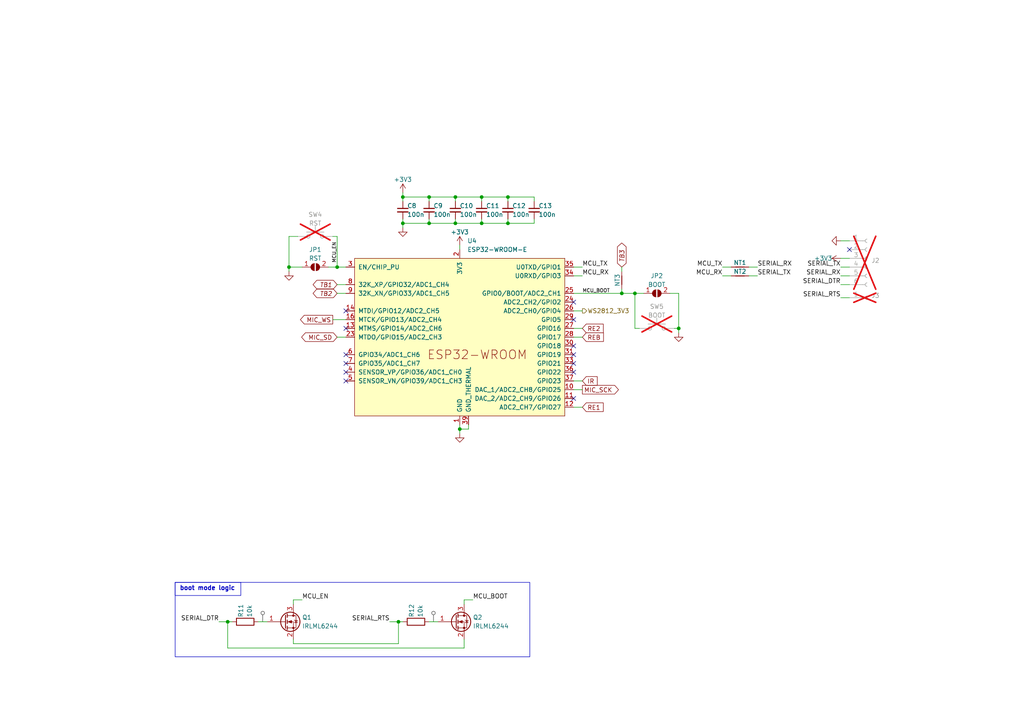
<source format=kicad_sch>
(kicad_sch (version 20231120) (generator "eeschema") (generator_version "8.0")
  (paper "A4")
  (title_block (title "MCU") (date "2023-05-25") (rev "1.0") (company "Vas' lab"))
  (lib_symbols
    (symbol "Connector:Conn_01x01_Socket" (pin_names (offset 1.016) hide)
      (property "Reference" "J" (at 0 2.54 0))
      (property "Value" "Conn_01x01_Socket" (at 0 -2.54 0))
      (symbol "Conn_01x01_Socket_1_1"
        (polyline (pts (xy -1.27 0) (xy -0.508 0)) (stroke (width 0.1524)))
        (arc (start 0 0.508) (mid -0.5058 0) (end 0 -0.508) (stroke (width 0.1524)))
        (pin passive line (at -5.08 0 0) (length 3.81) (name "Pin_1") (number "1"))
      )
    )
    (symbol "Connector:Conn_01x06_Socket" (pin_names (offset 1.016) hide)
      (property "Reference" "J" (at 0 7.62 0))
      (property "Value" "Conn_01x06_Socket" (at 0 -10.16 0))
      (symbol "Conn_01x06_Socket_1_1"
        (arc (start 0 -7.112) (mid -0.5058 -7.62) (end 0 -8.128) (stroke (width 0.1524)))
        (arc (start 0 -4.572) (mid -0.5058 -5.08) (end 0 -5.588) (stroke (width 0.1524)))
        (arc (start 0 -2.032) (mid -0.5058 -2.54) (end 0 -3.048) (stroke (width 0.1524)))
        (polyline (pts (xy -1.27 -7.62) (xy -0.508 -7.62)) (stroke (width 0.1524)))
        (polyline (pts (xy -1.27 -5.08) (xy -0.508 -5.08)) (stroke (width 0.1524)))
        (polyline (pts (xy -1.27 -2.54) (xy -0.508 -2.54)) (stroke (width 0.1524)))
        (polyline (pts (xy -1.27 0) (xy -0.508 0)) (stroke (width 0.1524)))
        (polyline (pts (xy -1.27 2.54) (xy -0.508 2.54)) (stroke (width 0.1524)))
        (polyline (pts (xy -1.27 5.08) (xy -0.508 5.08)) (stroke (width 0.1524)))
        (arc (start 0 0.508) (mid -0.5058 0) (end 0 -0.508) (stroke (width 0.1524)))
        (arc (start 0 3.048) (mid -0.5058 2.54) (end 0 2.032) (stroke (width 0.1524)))
        (arc (start 0 5.588) (mid -0.5058 5.08) (end 0 4.572) (stroke (width 0.1524)))
        (pin passive line (at -5.08 5.08 0) (length 3.81) (name "Pin_1") (number "1"))
        (pin passive line (at -5.08 2.54 0) (length 3.81) (name "Pin_2") (number "2"))
        (pin passive line (at -5.08 0 0) (length 3.81) (name "Pin_3") (number "3"))
        (pin passive line (at -5.08 -2.54 0) (length 3.81) (name "Pin_4") (number "4"))
        (pin passive line (at -5.08 -5.08 0) (length 3.81) (name "Pin_5") (number "5"))
        (pin passive line (at -5.08 -7.62 0) (length 3.81) (name "Pin_6") (number "6"))
      )
    )
    (symbol "Device:C_Small" (pin_numbers hide) (pin_names (offset 0.254) hide)
      (property "Reference" "C" (at 0.254 1.778 0))
      (property "Value" "C_Small" (at 0.254 -2.032 0))
      (symbol "C_Small_0_1"
        (polyline (pts (xy -1.524 -0.508) (xy 1.524 -0.508)) (stroke (width 0.3302)))
        (polyline (pts (xy -1.524 0.508) (xy 1.524 0.508)) (stroke (width 0.3048)))
      )
      (symbol "C_Small_1_1"
        (pin passive line (at 0 2.54 270) (length 2.032) (name "~") (number "1"))
        (pin passive line (at 0 -2.54 90) (length 2.032) (name "~") (number "2"))
      )
    )
    (symbol "Device:NetTie_2" (pin_numbers hide) (pin_names (offset 0) hide) (in_bom no)
      (property "Reference" "NT" (at 0 1.27 0))
      (property "Value" "NetTie_2" (at 0 -1.27 0))
      (symbol "NetTie_2_0_1"
        (polyline (pts (xy -1.27 0) (xy 1.27 0)) (stroke (width 0.254)))
      )
      (symbol "NetTie_2_1_1"
        (pin passive line (at -2.54 0 0) (length 2.54) (name "1") (number "1"))
        (pin passive line (at 2.54 0 180) (length 2.54) (name "2") (number "2"))
      )
    )
    (symbol "Device:R" (pin_numbers hide) (pin_names (offset 0))
      (property "Reference" "R" (at 2.032 0 90))
      (property "Value" "R" (at 0 0 90))
      (symbol "R_0_1"
        (rectangle (start -1.016 -2.54) (end 1.016 2.54) (stroke (width 0.254)))
      )
      (symbol "R_1_1"
        (pin passive line (at 0 3.81 270) (length 1.27) (name "~") (number "1"))
        (pin passive line (at 0 -3.81 90) (length 1.27) (name "~") (number "2"))
      )
    )
    (symbol "Espressif:ESP32-WROOM-E" (pin_names (offset 1.016))
      (property "Reference" "U" (at -30.48 27.94 0))
      (property "Value" "ESP32-WROOM-E" (at -30.48 25.4 0))
      (symbol "ESP32-WROOM-E_0_1"
        (rectangle (start -30.48 22.86) (end 30.48 -22.86) (fill (type background)))
      )
      (symbol "ESP32-WROOM-E_1_1"
        (text "ESP32-­WROOM­" (at 5.08 -5.08 0) (effects (font (size 2.54 2.54))))
        (pin power_in line (at 0 -25.4 90) (length 2.54) (name "GND") (number "1"))
        (pin bidirectional line (at 33.02 -15.24 180) (length 2.54) (name "DAC_1/ADC2_CH8/GPIO25") (number "10"))
        (pin bidirectional line (at 33.02 -17.78 180) (length 2.54) (name "DAC_2/ADC2_CH9/GPIO26") (number "11"))
        (pin bidirectional line (at 33.02 -20.32 180) (length 2.54) (name "ADC2_CH7/GPIO27") (number "12"))
        (pin bidirectional line (at -33.02 2.54 0) (length 2.54) (name "MTMS/GPIO14/ADC2_CH6") (number "13"))
        (pin bidirectional line (at -33.02 7.62 0) (length 2.54) (name "MTDI/GPIO12/ADC2_CH5") (number "14"))
        (pin passive line (at 0 -25.4 90) (length 2.54) hide (name "GND") (number "15"))
        (pin bidirectional line (at -33.02 5.08 0) (length 2.54) (name "MTCK/GPIO13/ADC2_CH4") (number "16"))
        (pin power_in line (at 0 25.4 270) (length 2.54) (name "3V3") (number "2"))
        (pin bidirectional line (at -33.02 0 0) (length 2.54) (name "MTDO/GPIO15/ADC2_CH3") (number "23"))
        (pin bidirectional line (at 33.02 10.16 180) (length 2.54) (name "ADC2_CH2/GPIO2") (number "24"))
        (pin bidirectional line (at 33.02 12.7 180) (length 2.54) (name "GPIO0/BOOT/ADC2_CH1") (number "25"))
        (pin bidirectional line (at 33.02 7.62 180) (length 2.54) (name "ADC2_CH0/GPIO4") (number "26"))
        (pin bidirectional line (at 33.02 2.54 180) (length 2.54) (name "GPIO16") (number "27"))
        (pin bidirectional line (at 33.02 0 180) (length 2.54) (name "GPIO17") (number "28"))
        (pin bidirectional line (at 33.02 5.08 180) (length 2.54) (name "GPIO5") (number "29"))
        (pin input line (at -33.02 20.32 0) (length 2.54) (name "EN/CHIP_PU") (number "3"))
        (pin bidirectional line (at 33.02 -2.54 180) (length 2.54) (name "GPIO18") (number "30"))
        (pin bidirectional line (at 33.02 -5.08 180) (length 2.54) (name "GPIO19") (number "31"))
        (pin bidirectional line (at 33.02 -7.62 180) (length 2.54) (name "GPIO21") (number "33"))
        (pin bidirectional line (at 33.02 17.78 180) (length 2.54) (name "U0RXD/GPIO3") (number "34"))
        (pin bidirectional line (at 33.02 20.32 180) (length 2.54) (name "U0TXD/GPIO1") (number "35"))
        (pin bidirectional line (at 33.02 -10.16 180) (length 2.54) (name "GPIO22") (number "36"))
        (pin bidirectional line (at 33.02 -12.7 180) (length 2.54) (name "GPIO23") (number "37"))
        (pin passive line (at 0 -25.4 90) (length 2.54) hide (name "GND") (number "38"))
        (pin power_in line (at 2.54 -25.4 90) (length 2.54) (name "GND_THERMAL") (number "39"))
        (pin input line (at -33.02 -10.16 0) (length 2.54) (name "SENSOR_VP/GPIO36/ADC1_CH0") (number "4"))
        (pin input line (at -33.02 -12.7 0) (length 2.54) (name "SENSOR_VN/GPIO39/ADC1_CH3") (number "5"))
        (pin input line (at -33.02 -5.08 0) (length 2.54) (name "GPIO34/ADC1_CH6") (number "6"))
        (pin input line (at -33.02 -7.62 0) (length 2.54) (name "GPIO35/ADC1_CH7") (number "7"))
        (pin bidirectional line (at -33.02 15.24 0) (length 2.54) (name "32K_XP/GPIO32/ADC1_CH4") (number "8"))
        (pin bidirectional line (at -33.02 12.7 0) (length 2.54) (name "32K_XN/GPIO33/ADC1_CH5") (number "9"))
      )
    )
    (symbol "Jumper:SolderJumper_2_Open" (pin_names (offset 0) hide)
      (property "Reference" "JP" (at 0 2.032 0))
      (property "Value" "SolderJumper_2_Open" (at 0 -2.54 0))
      (symbol "SolderJumper_2_Open_0_1"
        (arc (start -0.254 1.016) (mid -1.2656 0) (end -0.254 -1.016))
        (arc (start -0.254 1.016) (mid -1.2656 0) (end -0.254 -1.016) (fill (type outline)))
        (polyline (pts (xy -0.254 1.016) (xy -0.254 -1.016)))
        (polyline (pts (xy 0.254 1.016) (xy 0.254 -1.016)))
        (arc (start 0.254 -1.016) (mid 1.2656 0) (end 0.254 1.016))
        (arc (start 0.254 -1.016) (mid 1.2656 0) (end 0.254 1.016) (fill (type outline)))
      )
      (symbol "SolderJumper_2_Open_1_1"
        (pin passive line (at -3.81 0 0) (length 2.54) (name "A") (number "1"))
        (pin passive line (at 3.81 0 180) (length 2.54) (name "B") (number "2"))
      )
    )
    (symbol "Switch:SW_Push" (pin_numbers hide) (pin_names (offset 1.016) hide)
      (property "Reference" "SW" (at 1.27 2.54 0))
      (property "Value" "SW_Push" (at 0 -1.524 0))
      (symbol "SW_Push_0_1"
        (circle (center -2.032 0) (radius 0.508))
        (polyline (pts (xy 0 1.27) (xy 0 3.048)))
        (polyline (pts (xy 2.54 1.27) (xy -2.54 1.27)))
        (circle (center 2.032 0) (radius 0.508))
        (pin passive line (at -5.08 0 0) (length 2.54) (name "1") (number "1"))
        (pin passive line (at 5.08 0 180) (length 2.54) (name "2") (number "2"))
      )
    )
    (symbol "Transistor_FET:IRLML6244" (pin_names hide)
      (property "Reference" "Q" (at 5.08 1.905 0))
      (property "Value" "IRLML6244" (at 5.08 0 0))
      (symbol "IRLML6244_0_1"
        (polyline (pts (xy 0.254 0) (xy -2.54 0)))
        (polyline (pts (xy 0.254 1.905) (xy 0.254 -1.905)) (stroke (width 0.254)))
        (polyline (pts (xy 0.762 -1.27) (xy 0.762 -2.286)) (stroke (width 0.254)))
        (polyline (pts (xy 0.762 0.508) (xy 0.762 -0.508)) (stroke (width 0.254)))
        (polyline (pts (xy 0.762 2.286) (xy 0.762 1.27)) (stroke (width 0.254)))
        (polyline (pts (xy 2.54 2.54) (xy 2.54 1.778)))
        (polyline (pts (xy 2.54 -2.54) (xy 2.54 0) (xy 0.762 0)))
        (polyline (pts (xy 0.762 -1.778) (xy 3.302 -1.778) (xy 3.302 1.778) (xy 0.762 1.778)))
        (polyline (pts (xy 1.016 0) (xy 2.032 0.381) (xy 2.032 -0.381) (xy 1.016 0)) (fill (type outline)))
        (polyline (pts (xy 2.794 0.508) (xy 2.921 0.381) (xy 3.683 0.381) (xy 3.81 0.254)))
        (polyline (pts (xy 3.302 0.381) (xy 2.921 -0.254) (xy 3.683 -0.254) (xy 3.302 0.381)))
        (circle (center 1.651 0) (radius 2.794) (stroke (width 0.254)))
        (circle (center 2.54 -1.778) (radius 0.254) (fill (type outline)))
        (circle (center 2.54 1.778) (radius 0.254) (fill (type outline)))
      )
      (symbol "IRLML6244_1_1"
        (pin input line (at -5.08 0 0) (length 2.54) (name "G") (number "1"))
        (pin passive line (at 2.54 -5.08 90) (length 2.54) (name "S") (number "2"))
        (pin passive line (at 2.54 5.08 270) (length 2.54) (name "D") (number "3"))
      )
    )
    (symbol "power:+3V3" (power) (pin_names (offset 0))
      (property "Value" "+3V3" (at 0 3.556 0))
      (symbol "+3V3_0_1"
        (polyline (pts (xy -0.762 1.27) (xy 0 2.54)))
        (polyline (pts (xy 0 0) (xy 0 2.54)))
        (polyline (pts (xy 0 2.54) (xy 0.762 1.27)))
      )
      (symbol "+3V3_1_1"
        (pin power_in line (at 0 0 90) (length 0) hide (name "+3V3") (number "1"))
      )
    )
    (symbol "power:GND" (power) (pin_names (offset 0))
      (property "Value" "GND" (at 0 -3.81 0))
      (symbol "GND_0_1"
        (polyline (pts (xy 0 0) (xy 0 -1.27) (xy 1.27 -1.27) (xy 0 -2.54) (xy -1.27 -1.27) (xy 0 -1.27)))
      )
      (symbol "GND_1_1"
        (pin power_in line (at 0 0 270) (length 0) hide (name "GND") (number "1"))
      )
    )
  )
  (junction (at 133.35 124.46))
  (junction (at 116.84 57.15))
  (junction (at 147.32 64.77))
  (junction (at 115.57 180.34))
  (junction (at 147.32 57.15))
  (junction (at 66.04 180.34))
  (junction (at 97.79 77.47))
  (junction (at 132.08 64.77))
  (junction (at 124.46 64.77))
  (junction (at 116.84 64.77))
  (junction (at 184.15 85.09))
  (junction (at 196.85 95.25))
  (junction (at 139.7 64.77))
  (junction (at 132.08 57.15))
  (junction (at 139.7 57.15))
  (junction (at 83.82 77.47))
  (junction (at 124.46 57.15))
  (junction (at 180.34 85.09))
  (no_connect (at 100.33 95.25))
  (no_connect (at 166.37 107.95))
  (no_connect (at 166.37 100.33))
  (no_connect (at 100.33 107.95))
  (no_connect (at 100.33 102.87))
  (no_connect (at 100.33 110.49))
  (no_connect (at 246.38 72.39))
  (no_connect (at 166.37 92.71))
  (no_connect (at 166.37 102.87))
  (no_connect (at 100.33 90.17))
  (no_connect (at 166.37 105.41))
  (no_connect (at 166.37 115.57))
  (no_connect (at 166.37 87.63))
  (no_connect (at 100.33 105.41))
  (wire (pts (xy 83.82 68.58) (xy 86.36 68.58)))
  (wire (pts (xy 243.84 86.36) (xy 246.38 86.36)))
  (wire (pts (xy 134.62 175.26) (xy 134.62 173.99)))
  (wire (pts (xy 132.08 64.77) (xy 139.7 64.77)))
  (wire (pts (xy 180.34 83.82) (xy 180.34 85.09)))
  (wire (pts (xy 166.37 110.49) (xy 168.91 110.49)))
  (wire (pts (xy 196.85 85.09) (xy 196.85 95.25)))
  (wire (pts (xy 154.94 57.15) (xy 147.32 57.15)))
  (wire (pts (xy 133.35 71.12) (xy 133.35 72.39)))
  (wire (pts (xy 83.82 78.74) (xy 83.82 77.47)))
  (wire (pts (xy 95.25 77.47) (xy 97.79 77.47)))
  (wire (pts (xy 66.04 187.96) (xy 66.04 180.34)))
  (wire (pts (xy 243.84 74.93) (xy 246.38 74.93)))
  (wire (pts (xy 139.7 63.5) (xy 139.7 64.77)))
  (wire (pts (xy 166.37 80.01) (xy 168.91 80.01)))
  (wire (pts (xy 134.62 187.96) (xy 66.04 187.96)))
  (wire (pts (xy 180.34 77.47) (xy 180.34 78.74)))
  (wire (pts (xy 243.84 69.85) (xy 246.38 69.85)))
  (wire (pts (xy 85.09 173.99) (xy 87.63 173.99)))
  (wire (pts (xy 83.82 77.47) (xy 87.63 77.47)))
  (wire (pts (xy 154.94 58.42) (xy 154.94 57.15)))
  (wire (pts (xy 113.03 180.34) (xy 115.57 180.34)))
  (wire (pts (xy 184.15 85.09) (xy 184.15 95.25)))
  (wire (pts (xy 154.94 64.77) (xy 147.32 64.77)))
  (wire (pts (xy 85.09 185.42) (xy 85.09 186.69)))
  (wire (pts (xy 63.5 180.34) (xy 66.04 180.34)))
  (wire (pts (xy 217.17 77.47) (xy 219.71 77.47)))
  (wire (pts (xy 139.7 64.77) (xy 147.32 64.77)))
  (wire (pts (xy 97.79 68.58) (xy 97.79 77.47)))
  (wire (pts (xy 209.55 77.47) (xy 212.09 77.47)))
  (wire (pts (xy 217.17 80.01) (xy 219.71 80.01)))
  (wire (pts (xy 185.42 95.25) (xy 184.15 95.25)))
  (wire (pts (xy 195.58 95.25) (xy 196.85 95.25)))
  (wire (pts (xy 139.7 57.15) (xy 147.32 57.15)))
  (wire (pts (xy 116.84 64.77) (xy 116.84 66.04)))
  (wire (pts (xy 209.55 80.01) (xy 212.09 80.01)))
  (wire (pts (xy 134.62 173.99) (xy 137.16 173.99)))
  (wire (pts (xy 243.84 80.01) (xy 246.38 80.01)))
  (wire (pts (xy 147.32 57.15) (xy 147.32 58.42)))
  (wire (pts (xy 85.09 175.26) (xy 85.09 173.99)))
  (wire (pts (xy 166.37 97.79) (xy 168.91 97.79)))
  (wire (pts (xy 96.52 68.58) (xy 97.79 68.58)))
  (wire (pts (xy 124.46 63.5) (xy 124.46 64.77)))
  (wire (pts (xy 116.84 63.5) (xy 116.84 64.77)))
  (wire (pts (xy 166.37 90.17) (xy 168.91 90.17)))
  (wire (pts (xy 243.84 77.47) (xy 246.38 77.47)))
  (wire (pts (xy 135.89 123.19) (xy 135.89 124.46)))
  (wire (pts (xy 166.37 113.03) (xy 168.91 113.03)))
  (wire (pts (xy 132.08 63.5) (xy 132.08 64.77)))
  (wire (pts (xy 132.08 57.15) (xy 139.7 57.15)))
  (wire (pts (xy 124.46 64.77) (xy 132.08 64.77)))
  (wire (pts (xy 132.08 57.15) (xy 132.08 58.42)))
  (wire (pts (xy 166.37 77.47) (xy 168.91 77.47)))
  (wire (pts (xy 97.79 97.79) (xy 100.33 97.79)))
  (wire (pts (xy 96.52 92.71) (xy 100.33 92.71)))
  (wire (pts (xy 133.35 124.46) (xy 133.35 125.73)))
  (wire (pts (xy 124.46 57.15) (xy 124.46 58.42)))
  (wire (pts (xy 184.15 85.09) (xy 186.69 85.09)))
  (wire (pts (xy 97.79 82.55) (xy 100.33 82.55)))
  (wire (pts (xy 124.46 57.15) (xy 132.08 57.15)))
  (wire (pts (xy 83.82 77.47) (xy 83.82 68.58)))
  (wire (pts (xy 97.79 85.09) (xy 100.33 85.09)))
  (wire (pts (xy 97.79 77.47) (xy 100.33 77.47)))
  (wire (pts (xy 154.94 63.5) (xy 154.94 64.77)))
  (wire (pts (xy 166.37 95.25) (xy 168.91 95.25)))
  (wire (pts (xy 66.04 180.34) (xy 67.31 180.34)))
  (wire (pts (xy 134.62 185.42) (xy 134.62 187.96)))
  (wire (pts (xy 194.31 85.09) (xy 196.85 85.09)))
  (wire (pts (xy 139.7 57.15) (xy 139.7 58.42)))
  (wire (pts (xy 147.32 64.77) (xy 147.32 63.5)))
  (wire (pts (xy 74.93 180.34) (xy 77.47 180.34)))
  (wire (pts (xy 124.46 64.77) (xy 116.84 64.77)))
  (wire (pts (xy 180.34 85.09) (xy 184.15 85.09)))
  (wire (pts (xy 115.57 180.34) (xy 116.84 180.34)))
  (wire (pts (xy 124.46 180.34) (xy 127 180.34)))
  (wire (pts (xy 166.37 118.11) (xy 168.91 118.11)))
  (wire (pts (xy 116.84 55.88) (xy 116.84 57.15)))
  (wire (pts (xy 116.84 58.42) (xy 116.84 57.15)))
  (wire (pts (xy 116.84 57.15) (xy 124.46 57.15)))
  (wire (pts (xy 133.35 123.19) (xy 133.35 124.46)))
  (wire (pts (xy 135.89 124.46) (xy 133.35 124.46)))
  (wire (pts (xy 115.57 186.69) (xy 115.57 180.34)))
  (wire (pts (xy 243.84 82.55) (xy 246.38 82.55)))
  (wire (pts (xy 85.09 186.69) (xy 115.57 186.69)))
  (wire (pts (xy 196.85 95.25) (xy 196.85 96.52)))
  (wire (pts (xy 166.37 85.09) (xy 180.34 85.09)))
  (rectangle (start 50.8 168.91) (end 69.85 172.72))
  (rectangle (start 50.8 168.91) (end 153.67 190.5))
  (text "boot mode logic" (at 52.07 171.45 0) (effects (font (size 1.27 1.27) (thickness 0.254) (bold yes)) (justify left bottom)))
  (label "MCU_BOOT" (at 168.91 85.09 0) (effects (font (size 1 1))) (property "Netclass" "logic" (effects (hide yes))))
  (label "MCU_EN" (at 87.63 173.99 0) (property "Netclass" "logic" (effects (hide yes))))
  (label "SERIAL_TX" (at 219.71 80.01 0))
  (label "SERIAL_RX" (at 219.71 77.47 0))
  (label "SERIAL_RTS" (at 113.03 180.34 180) (property "Netclass" "logic" (effects (hide yes))))
  (label "MCU_TX" (at 168.91 77.47 0))
  (label "MCU_BOOT" (at 137.16 173.99 0) (property "Netclass" "logic" (effects (hide yes))))
  (label "SERIAL_RTS" (at 243.84 86.36 180) (property "Netclass" "logic" (effects (hide yes))))
  (label "SERIAL_TX" (at 243.84 77.47 180) (property "Netclass" "signal_ls" (effects (hide yes))))
  (label "SERIAL_DTR" (at 243.84 82.55 180) (property "Netclass" "logic" (effects (hide yes))))
  (label "MCU_EN" (at 97.79 76.2 90) (effects (font (size 1 1))) (property "Netclass" "logic" (effects (hide yes))))
  (label "MCU_TX" (at 209.55 77.47 180) (property "Netclass" "signal_ls" (effects (hide yes))))
  (label "SERIAL_DTR" (at 63.5 180.34 180) (property "Netclass" "logic" (effects (hide yes))))
  (label "MCU_RX" (at 209.55 80.01 180) (property "Netclass" "signal_ls" (effects (hide yes))))
  (label "SERIAL_RX" (at 243.84 80.01 180) (property "Netclass" "signal_ls" (effects (hide yes))))
  (label "MCU_RX" (at 168.91 80.01 0))
  (global_label "IR" (shape input) (at 168.91 110.49 0) (property "Intersheetrefs" "${INTERSHEET_REFS}" (at 173.6906 110.49 0) (effects (justify left))))
  (global_label "MIC_WS" (shape output) (at 96.52 92.71 180) (property "Intersheetrefs" "${INTERSHEET_REFS}" (at 86.6595 92.71 0) (effects (justify right))))
  (global_label "RE2" (shape input) (at 168.91 95.25 0) (property "Intersheetrefs" "${INTERSHEET_REFS}" (at 175.4443 95.25 0) (effects (justify left))))
  (global_label "TB1" (shape bidirectional) (at 97.79 82.55 180) (effects (font (italic yes))) (property "Intersheetrefs" "${INTERSHEET_REFS}" (at 90.3484 82.55 0) (effects (justify right))))
  (global_label "TB3" (shape bidirectional) (at 180.34 77.47 90) (effects (font (italic yes))) (property "Intersheetrefs" "${INTERSHEET_REFS}" (at 180.34 70.0284 90) (effects (justify left))))
  (global_label "MIC_SD" (shape bidirectional) (at 97.79 97.79 180) (property "Intersheetrefs" "${INTERSHEET_REFS}" (at 86.9996 97.79 0) (effects (justify right))))
  (global_label "TB2" (shape bidirectional) (at 97.79 85.09 180) (effects (font (italic yes))) (property "Intersheetrefs" "${INTERSHEET_REFS}" (at 90.3484 85.09 0) (effects (justify right))))
  (global_label "REB" (shape input) (at 168.91 97.79 0) (property "Intersheetrefs" "${INTERSHEET_REFS}" (at 175.5048 97.79 0) (effects (justify left))))
  (global_label "RE1" (shape input) (at 168.91 118.11 0) (property "Intersheetrefs" "${INTERSHEET_REFS}" (at 175.4443 118.11 0) (effects (justify left))))
  (global_label "MIC_SCK" (shape output) (at 168.91 113.03 0) (property "Intersheetrefs" "${INTERSHEET_REFS}" (at 179.8591 113.03 0) (effects (justify left))))
  (hierarchical_label "WS2812_3V3" (shape output) (at 168.91 90.17 0) (property "Netclass" "signal_hs" (effects (hide yes))))
  (netclass_flag "" (length 2.54) (shape round) (at 125.73 180.34 0) (property "Netclass" "logic" (effects (hide yes))))
  (netclass_flag "" (length 2.54) (shape round) (at 76.2 180.34 0) (property "Netclass" "logic" (effects (hide yes))))
  (symbol (lib_id "Device:C_Small") (at 154.94 60.96 0) (unit 1)
    (property "Reference" "C13" (at 156.21 59.69 0) (effects (justify left)))
    (property "Value" "100n" (at 156.21 62.23 0) (effects (justify left)))
    (property "Footprint" "Capacitor_SMD:C_0805_2012Metric_Pad1.18x1.45mm_HandSolder" (effects (hide yes)))
  )
  (symbol (lib_id "power:GND") (at 133.35 125.73 0) (unit 1)
    (property "Reference" "#PWR027" (effects (hide yes)))
    (property "Value" "GND" (effects (hide yes)))
  )
  (symbol (lib_id "Espressif:ESP32-WROOM-E") (at 133.35 97.79 0) (unit 1)
    (property "Reference" "U4" (at 135.5441 69.85 0) (effects (justify left)))
    (property "Value" "ESP32-WROOM-E" (at 135.5441 72.39 0) (effects (justify left)))
    (property "Footprint" "Espressif:ESP32-WROOM-32E" (effects (hide yes)))
    (property "Datasheet" "https://www.espressif.com/sites/default/files/documentation/esp32-wroom-32e_esp32-wroom-32ue_datasheet_en.pdf" (effects (hide yes)))
    (property "Description" "ESP32-WROOM-32E integrates ESP32-D0WD-V3, with higher stability and safety performance." (effects (hide yes)))
  )
  (symbol (lib_id "Connector:Conn_01x01_Socket") (at 251.46 86.36 0) (unit 1) (dnp yes)
    (property "Reference" "J3" (at 252.73 85.725 0) (effects (justify left)))
    (property "Value" "Conn_01x01_Socket" (effects (hide yes)))
    (property "Footprint" "Connector_PinSocket_2.54mm:PinSocket_1x01_P2.54mm_Vertical" (effects (hide yes)))
  )
  (symbol (lib_id "Device:NetTie_2") (at 214.63 80.01 0) (unit 1) (in_bom no)
    (property "Reference" "NT2" (at 214.63 78.74 0))
    (property "Value" "NetTie_2" (effects (hide yes)))
    (property "Footprint" "NetTie_Vasil:NetTie-2_SMD_Pad0.20mm" (effects (hide yes)))
  )
  (symbol (lib_id "Transistor_FET:IRLML6244") (at 132.08 180.34 0) (unit 1)
    (property "Reference" "Q2" (at 137.16 179.07 0) (effects (justify left)))
    (property "Value" "IRLML6244" (at 137.16 181.61 0) (effects (justify left)))
    (property "Footprint" "Package_TO_SOT_SMD:SOT-23" (effects (hide yes)))
    (property "Datasheet" "https://www.infineon.com/dgdl/Infineon-IRLML6244-DataSheet-v01_01-EN.pdf?fileId=5546d462533600a4015356686fed261f" (effects (hide yes)))
  )
  (symbol (lib_id "Device:C_Small") (at 147.32 60.96 0) (unit 1)
    (property "Reference" "C12" (at 148.59 59.69 0) (effects (justify left)))
    (property "Value" "100n" (at 148.59 62.23 0) (effects (justify left)))
    (property "Footprint" "Capacitor_SMD:C_0805_2012Metric_Pad1.18x1.45mm_HandSolder" (effects (hide yes)))
  )
  (symbol (lib_id "Device:C_Small") (at 132.08 60.96 0) (unit 1)
    (property "Reference" "C10" (at 133.35 59.69 0) (effects (justify left)))
    (property "Value" "100n" (at 133.35 62.23 0) (effects (justify left)))
    (property "Footprint" "Capacitor_SMD:C_0805_2012Metric_Pad1.18x1.45mm_HandSolder" (effects (hide yes)))
  )
  (symbol (lib_id "Device:NetTie_2") (at 180.34 81.28 90) (unit 1) (in_bom no)
    (property "Reference" "NT3" (at 179.07 81.28 0))
    (property "Value" "NetTie_2" (effects (hide yes)))
    (property "Footprint" "NetTie_Vasil:NetTie-2_SMD_Pad0.20mm" (effects (hide yes)))
  )
  (symbol (lib_id "power:+3V3") (at 133.35 71.12 0) (unit 1)
    (property "Reference" "#PWR023" (effects (hide yes)))
    (property "Value" "+3V3" (at 133.35 67.31 0))
  )
  (symbol (lib_id "power:+3V3") (at 243.84 74.93 90) (unit 1)
    (property "Reference" "#PWR024" (effects (hide yes)))
    (property "Value" "+3V3" (at 238.76 74.93 90))
  )
  (symbol (lib_id "Switch:SW_Push") (at 91.44 68.58 0) (unit 1) (on_board no) (dnp yes)
    (property "Reference" "SW4" (at 91.44 62.23 0))
    (property "Value" "RST" (at 91.44 64.77 0))
    (property "Footprint" "Button_Switch_SMD:SW_Push_SPST_NO_Alps_SKRK" (effects (hide yes)))
  )
  (symbol (lib_id "power:+3V3") (at 116.84 55.88 0) (unit 1)
    (property "Reference" "#PWR020" (effects (hide yes)))
    (property "Value" "+3V3" (at 116.84 52.07 0))
  )
  (symbol (lib_id "Transistor_FET:IRLML6244") (at 82.55 180.34 0) (unit 1)
    (property "Reference" "Q1" (at 87.63 179.07 0) (effects (justify left)))
    (property "Value" "IRLML6244" (at 87.63 181.61 0) (effects (justify left)))
    (property "Footprint" "Package_TO_SOT_SMD:SOT-23" (effects (hide yes)))
    (property "Datasheet" "https://www.infineon.com/dgdl/Infineon-IRLML6244-DataSheet-v01_01-EN.pdf?fileId=5546d462533600a4015356686fed261f" (effects (hide yes)))
  )
  (symbol (lib_id "Device:NetTie_2") (at 214.63 77.47 0) (unit 1) (in_bom no)
    (property "Reference" "NT1" (at 214.63 76.2 0))
    (property "Value" "NetTie_2" (effects (hide yes)))
    (property "Footprint" "NetTie_Vasil:NetTie-2_SMD_Pad0.20mm" (effects (hide yes)))
  )
  (symbol (lib_id "Device:R") (at 120.65 180.34 90) (unit 1)
    (property "Reference" "R12" (at 119.38 179.07 0) (effects (justify left)))
    (property "Value" "10k" (at 121.92 179.07 0) (effects (justify left)))
    (property "Footprint" "Resistor_SMD:R_0805_2012Metric_Pad1.20x1.40mm_HandSolder" (effects (hide yes)))
  )
  (symbol (lib_id "Jumper:SolderJumper_2_Open") (at 91.44 77.47 0) (unit 1) (in_bom no)
    (property "Reference" "JP1" (at 91.44 72.39 0))
    (property "Value" "RST" (at 91.44 74.93 0))
    (property "Footprint" "Jumper:SolderJumper-2_P1.3mm_Open_TrianglePad1.0x1.5mm" (effects (hide yes)))
  )
  (symbol (lib_id "Device:C_Small") (at 124.46 60.96 0) (unit 1)
    (property "Reference" "C9" (at 125.73 59.69 0) (effects (justify left)))
    (property "Value" "100n" (at 125.73 62.23 0) (effects (justify left)))
    (property "Footprint" "Capacitor_SMD:C_0805_2012Metric_Pad1.18x1.45mm_HandSolder" (effects (hide yes)))
  )
  (symbol (lib_id "power:GND") (at 116.84 66.04 0) (unit 1)
    (property "Reference" "#PWR021" (effects (hide yes)))
    (property "Value" "GND" (effects (hide yes)))
  )
  (symbol (lib_id "power:GND") (at 196.85 96.52 0) (unit 1)
    (property "Reference" "#PWR026" (effects (hide yes)))
    (property "Value" "GND" (effects (hide yes)))
  )
  (symbol (lib_id "power:GND") (at 83.82 78.74 0) (unit 1)
    (property "Reference" "#PWR025" (effects (hide yes)))
    (property "Value" "GND" (effects (hide yes)))
  )
  (symbol (lib_id "power:GND") (at 243.84 69.85 270) (unit 1)
    (property "Reference" "#PWR022" (effects (hide yes)))
    (property "Value" "GND" (effects (hide yes)))
  )
  (symbol (lib_id "Device:C_Small") (at 116.84 60.96 0) (unit 1)
    (property "Reference" "C8" (at 118.11 59.69 0) (effects (justify left)))
    (property "Value" "100n" (at 118.11 62.23 0) (effects (justify left)))
    (property "Footprint" "Capacitor_SMD:C_1206_3216Metric_Pad1.33x1.80mm_HandSolder" (effects (hide yes)))
  )
  (symbol (lib_id "Connector:Conn_01x06_Socket") (at 251.46 74.93 0) (unit 1) (dnp yes)
    (property "Reference" "J2" (at 252.73 75.565 0) (effects (justify left)))
    (property "Value" "Conn_01x06_Socket" (effects (hide yes)))
    (property "Footprint" "Connector_PinSocket_2.54mm:PinSocket_1x06_P2.54mm_Vertical" (effects (hide yes)))
  )
  (symbol (lib_id "Jumper:SolderJumper_2_Open") (at 190.5 85.09 0) (unit 1) (in_bom no)
    (property "Reference" "JP2" (at 190.5 80.01 0))
    (property "Value" "BOOT" (at 190.5 82.55 0))
    (property "Footprint" "Jumper:SolderJumper-2_P1.3mm_Open_TrianglePad1.0x1.5mm" (effects (hide yes)))
  )
  (symbol (lib_id "Device:R") (at 71.12 180.34 90) (unit 1)
    (property "Reference" "R11" (at 69.85 179.07 0) (effects (justify left)))
    (property "Value" "10k" (at 72.39 179.07 0) (effects (justify left)))
    (property "Footprint" "Resistor_SMD:R_0805_2012Metric_Pad1.20x1.40mm_HandSolder" (effects (hide yes)))
  )
  (symbol (lib_id "Device:C_Small") (at 139.7 60.96 0) (unit 1)
    (property "Reference" "C11" (at 140.97 59.69 0) (effects (justify left)))
    (property "Value" "100n" (at 140.97 62.23 0) (effects (justify left)))
    (property "Footprint" "Capacitor_SMD:C_0805_2012Metric_Pad1.18x1.45mm_HandSolder" (effects (hide yes)))
  )
  (symbol (lib_id "Switch:SW_Push") (at 190.5 95.25 0) (unit 1) (on_board no) (dnp yes)
    (property "Reference" "SW5" (at 190.5 88.9 0))
    (property "Value" "BOOT" (at 190.5 91.44 0))
    (property "Footprint" "Button_Switch_SMD:SW_SPDT_PCM12" (effects (hide yes)))
  )
)
</source>
